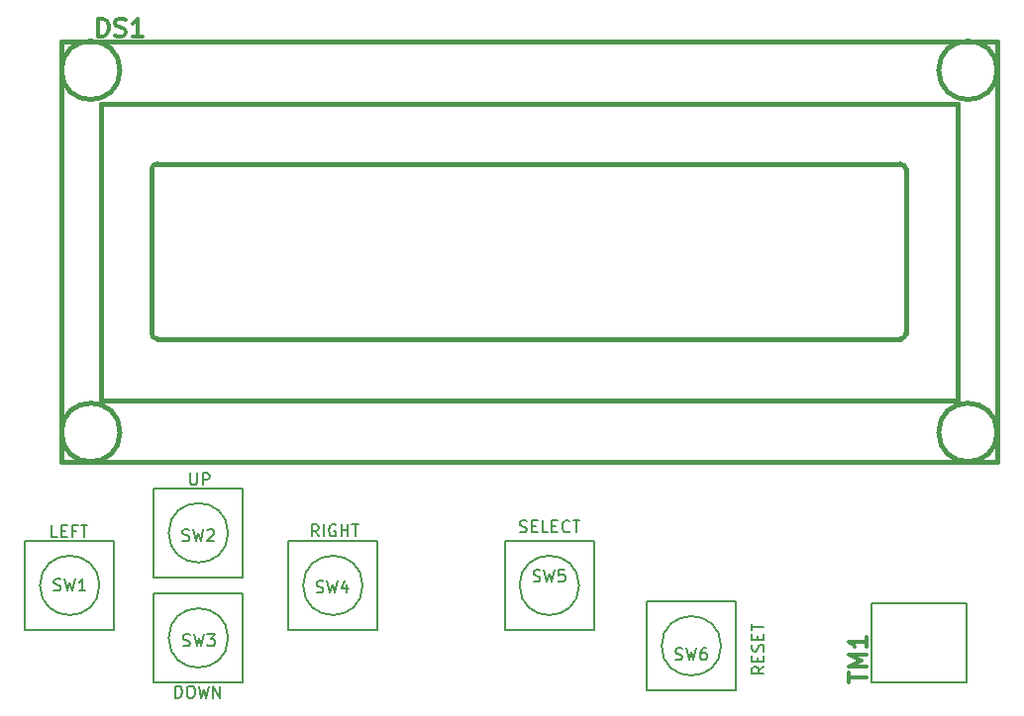
<source format=gto>
%FSLAX34Y34*%
G04 Gerber Fmt 3.4, Leading zero omitted, Abs format*
G04 (created by PCBNEW (2014-05-22 BZR 4885)-product) date Tue 27 May 2014 09:52:33 PM EST*
%MOIN*%
G01*
G70*
G90*
G04 APERTURE LIST*
%ADD10C,0.003937*%
%ADD11C,0.005906*%
%ADD12C,0.005000*%
%ADD13C,0.015000*%
%ADD14C,0.012000*%
%ADD15C,0.008000*%
G04 APERTURE END LIST*
G54D10*
G54D11*
X75223Y-55639D02*
X75223Y-52958D01*
X75223Y-52958D02*
X78412Y-52958D01*
X78412Y-52958D02*
X78412Y-55639D01*
X78412Y-55639D02*
X75223Y-55639D01*
G54D12*
X49228Y-52362D02*
G75*
G03X49228Y-52362I-1000J0D01*
G74*
G01*
X46728Y-50862D02*
X49728Y-50862D01*
X49728Y-50862D02*
X49728Y-53862D01*
X49728Y-53862D02*
X46728Y-53862D01*
X46728Y-50862D02*
X46728Y-53862D01*
X53559Y-50590D02*
G75*
G03X53559Y-50590I-1000J0D01*
G74*
G01*
X51059Y-49090D02*
X54059Y-49090D01*
X54059Y-49090D02*
X54059Y-52090D01*
X54059Y-52090D02*
X51059Y-52090D01*
X51059Y-49090D02*
X51059Y-52090D01*
X53559Y-54133D02*
G75*
G03X53559Y-54133I-1000J0D01*
G74*
G01*
X51059Y-52633D02*
X54059Y-52633D01*
X54059Y-52633D02*
X54059Y-55633D01*
X54059Y-55633D02*
X51059Y-55633D01*
X51059Y-52633D02*
X51059Y-55633D01*
X58086Y-52362D02*
G75*
G03X58086Y-52362I-1000J0D01*
G74*
G01*
X55586Y-50862D02*
X58586Y-50862D01*
X58586Y-50862D02*
X58586Y-53862D01*
X58586Y-53862D02*
X55586Y-53862D01*
X55586Y-50862D02*
X55586Y-53862D01*
X65370Y-52362D02*
G75*
G03X65370Y-52362I-1000J0D01*
G74*
G01*
X62870Y-50862D02*
X65870Y-50862D01*
X65870Y-50862D02*
X65870Y-53862D01*
X65870Y-53862D02*
X62870Y-53862D01*
X62870Y-50862D02*
X62870Y-53862D01*
X70150Y-54400D02*
G75*
G03X70150Y-54400I-1000J0D01*
G74*
G01*
X70650Y-55900D02*
X67650Y-55900D01*
X67650Y-55900D02*
X67650Y-52900D01*
X67650Y-52900D02*
X70650Y-52900D01*
X70650Y-55900D02*
X70650Y-52900D01*
G54D13*
X51179Y-38150D02*
X76179Y-38150D01*
X50982Y-43858D02*
X50982Y-38346D01*
X76179Y-44055D02*
X51179Y-44055D01*
X76376Y-38346D02*
X76376Y-43858D01*
X76375Y-38346D02*
G75*
G03X76179Y-38150I-196J0D01*
G74*
G01*
X76179Y-44055D02*
G75*
G03X76376Y-43858I0J197D01*
G74*
G01*
X50982Y-43858D02*
G75*
G03X51179Y-44055I197J0D01*
G74*
G01*
X51179Y-38149D02*
G75*
G03X50982Y-38346I0J-197D01*
G74*
G01*
X49289Y-36142D02*
X78108Y-36142D01*
X78108Y-36142D02*
X78108Y-46142D01*
X78108Y-46142D02*
X49289Y-46142D01*
X49289Y-46142D02*
X49289Y-36142D01*
X79446Y-35000D02*
G75*
G03X79446Y-35000I-984J0D01*
G74*
G01*
X79446Y-47205D02*
G75*
G03X79446Y-47205I-984J0D01*
G74*
G01*
X49920Y-47205D02*
G75*
G03X49920Y-47205I-985J0D01*
G74*
G01*
X49919Y-35000D02*
G75*
G03X49919Y-35000I-984J0D01*
G74*
G01*
X47950Y-34016D02*
X79446Y-34016D01*
X79446Y-34016D02*
X79446Y-48189D01*
X79446Y-48189D02*
X47950Y-48189D01*
X47950Y-48189D02*
X47950Y-34016D01*
G54D14*
X74461Y-55632D02*
X74461Y-55289D01*
X75061Y-55461D02*
X74461Y-55461D01*
X75061Y-55089D02*
X74461Y-55089D01*
X74890Y-54889D01*
X74461Y-54689D01*
X75061Y-54689D01*
X75061Y-54089D02*
X75061Y-54432D01*
X75061Y-54261D02*
X74461Y-54261D01*
X74547Y-54318D01*
X74604Y-54375D01*
X74633Y-54432D01*
G54D15*
X47696Y-52521D02*
X47753Y-52540D01*
X47849Y-52540D01*
X47887Y-52521D01*
X47906Y-52502D01*
X47925Y-52464D01*
X47925Y-52426D01*
X47906Y-52388D01*
X47887Y-52369D01*
X47849Y-52350D01*
X47772Y-52331D01*
X47734Y-52312D01*
X47715Y-52293D01*
X47696Y-52255D01*
X47696Y-52217D01*
X47715Y-52179D01*
X47734Y-52160D01*
X47772Y-52140D01*
X47868Y-52140D01*
X47925Y-52160D01*
X48058Y-52140D02*
X48153Y-52540D01*
X48230Y-52255D01*
X48306Y-52540D01*
X48401Y-52140D01*
X48763Y-52540D02*
X48534Y-52540D01*
X48649Y-52540D02*
X48649Y-52140D01*
X48610Y-52198D01*
X48572Y-52236D01*
X48534Y-52255D01*
X47819Y-50740D02*
X47628Y-50740D01*
X47628Y-50340D01*
X47952Y-50531D02*
X48085Y-50531D01*
X48142Y-50740D02*
X47952Y-50740D01*
X47952Y-50340D01*
X48142Y-50340D01*
X48447Y-50531D02*
X48314Y-50531D01*
X48314Y-50740D02*
X48314Y-50340D01*
X48504Y-50340D01*
X48600Y-50340D02*
X48828Y-50340D01*
X48714Y-50740D02*
X48714Y-50340D01*
X52026Y-50851D02*
X52083Y-50870D01*
X52179Y-50870D01*
X52217Y-50851D01*
X52236Y-50832D01*
X52255Y-50794D01*
X52255Y-50756D01*
X52236Y-50718D01*
X52217Y-50699D01*
X52179Y-50680D01*
X52102Y-50661D01*
X52064Y-50642D01*
X52045Y-50623D01*
X52026Y-50585D01*
X52026Y-50547D01*
X52045Y-50509D01*
X52064Y-50490D01*
X52102Y-50470D01*
X52198Y-50470D01*
X52255Y-50490D01*
X52388Y-50470D02*
X52483Y-50870D01*
X52560Y-50585D01*
X52636Y-50870D01*
X52731Y-50470D01*
X52864Y-50509D02*
X52883Y-50490D01*
X52921Y-50470D01*
X53017Y-50470D01*
X53055Y-50490D01*
X53074Y-50509D01*
X53093Y-50547D01*
X53093Y-50585D01*
X53074Y-50642D01*
X52845Y-50870D01*
X53093Y-50870D01*
X52285Y-48580D02*
X52285Y-48904D01*
X52304Y-48942D01*
X52323Y-48961D01*
X52361Y-48980D01*
X52438Y-48980D01*
X52476Y-48961D01*
X52495Y-48942D01*
X52514Y-48904D01*
X52514Y-48580D01*
X52704Y-48980D02*
X52704Y-48580D01*
X52857Y-48580D01*
X52895Y-48600D01*
X52914Y-48619D01*
X52933Y-48657D01*
X52933Y-48714D01*
X52914Y-48752D01*
X52895Y-48771D01*
X52857Y-48790D01*
X52704Y-48790D01*
X52046Y-54391D02*
X52103Y-54410D01*
X52199Y-54410D01*
X52237Y-54391D01*
X52256Y-54372D01*
X52275Y-54334D01*
X52275Y-54296D01*
X52256Y-54258D01*
X52237Y-54239D01*
X52199Y-54220D01*
X52122Y-54201D01*
X52084Y-54182D01*
X52065Y-54163D01*
X52046Y-54125D01*
X52046Y-54087D01*
X52065Y-54049D01*
X52084Y-54030D01*
X52122Y-54010D01*
X52218Y-54010D01*
X52275Y-54030D01*
X52408Y-54010D02*
X52503Y-54410D01*
X52580Y-54125D01*
X52656Y-54410D01*
X52751Y-54010D01*
X52865Y-54010D02*
X53113Y-54010D01*
X52980Y-54163D01*
X53037Y-54163D01*
X53075Y-54182D01*
X53094Y-54201D01*
X53113Y-54239D01*
X53113Y-54334D01*
X53094Y-54372D01*
X53075Y-54391D01*
X53037Y-54410D01*
X52922Y-54410D01*
X52884Y-54391D01*
X52865Y-54372D01*
X51787Y-56150D02*
X51787Y-55750D01*
X51882Y-55750D01*
X51940Y-55770D01*
X51978Y-55808D01*
X51997Y-55846D01*
X52016Y-55922D01*
X52016Y-55979D01*
X51997Y-56055D01*
X51978Y-56093D01*
X51940Y-56131D01*
X51882Y-56150D01*
X51787Y-56150D01*
X52263Y-55750D02*
X52340Y-55750D01*
X52378Y-55770D01*
X52416Y-55808D01*
X52435Y-55884D01*
X52435Y-56017D01*
X52416Y-56093D01*
X52378Y-56131D01*
X52340Y-56150D01*
X52263Y-56150D01*
X52225Y-56131D01*
X52187Y-56093D01*
X52168Y-56017D01*
X52168Y-55884D01*
X52187Y-55808D01*
X52225Y-55770D01*
X52263Y-55750D01*
X52568Y-55750D02*
X52663Y-56150D01*
X52740Y-55865D01*
X52816Y-56150D01*
X52911Y-55750D01*
X53063Y-56150D02*
X53063Y-55750D01*
X53292Y-56150D01*
X53292Y-55750D01*
X56536Y-52591D02*
X56593Y-52610D01*
X56689Y-52610D01*
X56727Y-52591D01*
X56746Y-52572D01*
X56765Y-52534D01*
X56765Y-52496D01*
X56746Y-52458D01*
X56727Y-52439D01*
X56689Y-52420D01*
X56612Y-52401D01*
X56574Y-52382D01*
X56555Y-52363D01*
X56536Y-52325D01*
X56536Y-52287D01*
X56555Y-52249D01*
X56574Y-52230D01*
X56612Y-52210D01*
X56708Y-52210D01*
X56765Y-52230D01*
X56898Y-52210D02*
X56993Y-52610D01*
X57070Y-52325D01*
X57146Y-52610D01*
X57241Y-52210D01*
X57565Y-52344D02*
X57565Y-52610D01*
X57470Y-52191D02*
X57374Y-52477D01*
X57622Y-52477D01*
X56606Y-50710D02*
X56473Y-50520D01*
X56378Y-50710D02*
X56378Y-50310D01*
X56530Y-50310D01*
X56568Y-50330D01*
X56587Y-50349D01*
X56606Y-50387D01*
X56606Y-50444D01*
X56587Y-50482D01*
X56568Y-50501D01*
X56530Y-50520D01*
X56378Y-50520D01*
X56778Y-50710D02*
X56778Y-50310D01*
X57178Y-50330D02*
X57140Y-50310D01*
X57082Y-50310D01*
X57025Y-50330D01*
X56987Y-50368D01*
X56968Y-50406D01*
X56949Y-50482D01*
X56949Y-50539D01*
X56968Y-50615D01*
X56987Y-50653D01*
X57025Y-50691D01*
X57082Y-50710D01*
X57120Y-50710D01*
X57178Y-50691D01*
X57197Y-50672D01*
X57197Y-50539D01*
X57120Y-50539D01*
X57368Y-50710D02*
X57368Y-50310D01*
X57368Y-50501D02*
X57597Y-50501D01*
X57597Y-50710D02*
X57597Y-50310D01*
X57730Y-50310D02*
X57959Y-50310D01*
X57844Y-50710D02*
X57844Y-50310D01*
X63836Y-52224D02*
X63893Y-52243D01*
X63989Y-52243D01*
X64027Y-52224D01*
X64046Y-52205D01*
X64065Y-52166D01*
X64065Y-52128D01*
X64046Y-52090D01*
X64027Y-52071D01*
X63989Y-52052D01*
X63912Y-52033D01*
X63874Y-52014D01*
X63855Y-51995D01*
X63836Y-51957D01*
X63836Y-51919D01*
X63855Y-51881D01*
X63874Y-51862D01*
X63912Y-51843D01*
X64008Y-51843D01*
X64065Y-51862D01*
X64198Y-51843D02*
X64293Y-52243D01*
X64370Y-51957D01*
X64446Y-52243D01*
X64541Y-51843D01*
X64884Y-51843D02*
X64693Y-51843D01*
X64674Y-52033D01*
X64693Y-52014D01*
X64731Y-51995D01*
X64827Y-51995D01*
X64865Y-52014D01*
X64884Y-52033D01*
X64903Y-52071D01*
X64903Y-52166D01*
X64884Y-52205D01*
X64865Y-52224D01*
X64827Y-52243D01*
X64731Y-52243D01*
X64693Y-52224D01*
X64674Y-52205D01*
X63379Y-50555D02*
X63436Y-50574D01*
X63531Y-50574D01*
X63570Y-50555D01*
X63589Y-50536D01*
X63608Y-50498D01*
X63608Y-50460D01*
X63589Y-50422D01*
X63570Y-50403D01*
X63531Y-50384D01*
X63455Y-50365D01*
X63417Y-50346D01*
X63398Y-50327D01*
X63379Y-50288D01*
X63379Y-50250D01*
X63398Y-50212D01*
X63417Y-50193D01*
X63455Y-50174D01*
X63551Y-50174D01*
X63608Y-50193D01*
X63779Y-50365D02*
X63912Y-50365D01*
X63970Y-50574D02*
X63779Y-50574D01*
X63779Y-50174D01*
X63970Y-50174D01*
X64331Y-50574D02*
X64141Y-50574D01*
X64141Y-50174D01*
X64465Y-50365D02*
X64598Y-50365D01*
X64655Y-50574D02*
X64465Y-50574D01*
X64465Y-50174D01*
X64655Y-50174D01*
X65055Y-50536D02*
X65036Y-50555D01*
X64979Y-50574D01*
X64941Y-50574D01*
X64884Y-50555D01*
X64846Y-50517D01*
X64827Y-50479D01*
X64808Y-50403D01*
X64808Y-50346D01*
X64827Y-50269D01*
X64846Y-50231D01*
X64884Y-50193D01*
X64941Y-50174D01*
X64979Y-50174D01*
X65036Y-50193D01*
X65055Y-50212D01*
X65170Y-50174D02*
X65398Y-50174D01*
X65284Y-50574D02*
X65284Y-50174D01*
X68616Y-54861D02*
X68673Y-54880D01*
X68769Y-54880D01*
X68807Y-54861D01*
X68826Y-54842D01*
X68845Y-54804D01*
X68845Y-54766D01*
X68826Y-54728D01*
X68807Y-54709D01*
X68769Y-54690D01*
X68692Y-54671D01*
X68654Y-54652D01*
X68635Y-54633D01*
X68616Y-54595D01*
X68616Y-54557D01*
X68635Y-54519D01*
X68654Y-54500D01*
X68692Y-54480D01*
X68788Y-54480D01*
X68845Y-54500D01*
X68978Y-54480D02*
X69073Y-54880D01*
X69150Y-54595D01*
X69226Y-54880D01*
X69321Y-54480D01*
X69645Y-54480D02*
X69569Y-54480D01*
X69530Y-54500D01*
X69511Y-54519D01*
X69473Y-54576D01*
X69454Y-54652D01*
X69454Y-54804D01*
X69473Y-54842D01*
X69492Y-54861D01*
X69530Y-54880D01*
X69607Y-54880D01*
X69645Y-54861D01*
X69664Y-54842D01*
X69683Y-54804D01*
X69683Y-54709D01*
X69664Y-54671D01*
X69645Y-54652D01*
X69607Y-54633D01*
X69530Y-54633D01*
X69492Y-54652D01*
X69473Y-54671D01*
X69454Y-54709D01*
X71590Y-55099D02*
X71400Y-55233D01*
X71590Y-55328D02*
X71190Y-55328D01*
X71190Y-55175D01*
X71209Y-55137D01*
X71228Y-55118D01*
X71266Y-55099D01*
X71323Y-55099D01*
X71362Y-55118D01*
X71381Y-55137D01*
X71400Y-55175D01*
X71400Y-55328D01*
X71381Y-54928D02*
X71381Y-54794D01*
X71590Y-54737D02*
X71590Y-54928D01*
X71190Y-54928D01*
X71190Y-54737D01*
X71571Y-54585D02*
X71590Y-54528D01*
X71590Y-54433D01*
X71571Y-54394D01*
X71552Y-54375D01*
X71514Y-54356D01*
X71476Y-54356D01*
X71438Y-54375D01*
X71419Y-54394D01*
X71400Y-54433D01*
X71381Y-54509D01*
X71362Y-54547D01*
X71343Y-54566D01*
X71304Y-54585D01*
X71266Y-54585D01*
X71228Y-54566D01*
X71209Y-54547D01*
X71190Y-54509D01*
X71190Y-54413D01*
X71209Y-54356D01*
X71381Y-54185D02*
X71381Y-54052D01*
X71590Y-53994D02*
X71590Y-54185D01*
X71190Y-54185D01*
X71190Y-53994D01*
X71190Y-53880D02*
X71190Y-53652D01*
X71590Y-53766D02*
X71190Y-53766D01*
G54D14*
X49190Y-33854D02*
X49190Y-33254D01*
X49333Y-33254D01*
X49419Y-33283D01*
X49476Y-33340D01*
X49504Y-33397D01*
X49533Y-33511D01*
X49533Y-33597D01*
X49504Y-33711D01*
X49476Y-33768D01*
X49419Y-33825D01*
X49333Y-33854D01*
X49190Y-33854D01*
X49761Y-33825D02*
X49847Y-33854D01*
X49990Y-33854D01*
X50047Y-33825D01*
X50076Y-33797D01*
X50104Y-33740D01*
X50104Y-33683D01*
X50076Y-33625D01*
X50047Y-33597D01*
X49990Y-33568D01*
X49876Y-33540D01*
X49819Y-33511D01*
X49790Y-33483D01*
X49761Y-33425D01*
X49761Y-33368D01*
X49790Y-33311D01*
X49819Y-33283D01*
X49876Y-33254D01*
X50019Y-33254D01*
X50104Y-33283D01*
X50676Y-33854D02*
X50333Y-33854D01*
X50504Y-33854D02*
X50504Y-33254D01*
X50447Y-33340D01*
X50390Y-33397D01*
X50333Y-33425D01*
M02*

</source>
